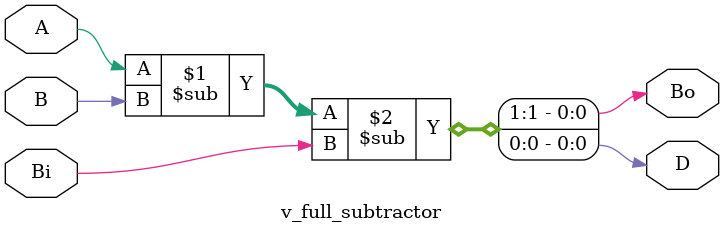
<source format=v>
module v_full_subtractor(input A, B, Bi, output D, Bo);
  assign {Bo, D} = A - B - Bi;
endmodule

</source>
